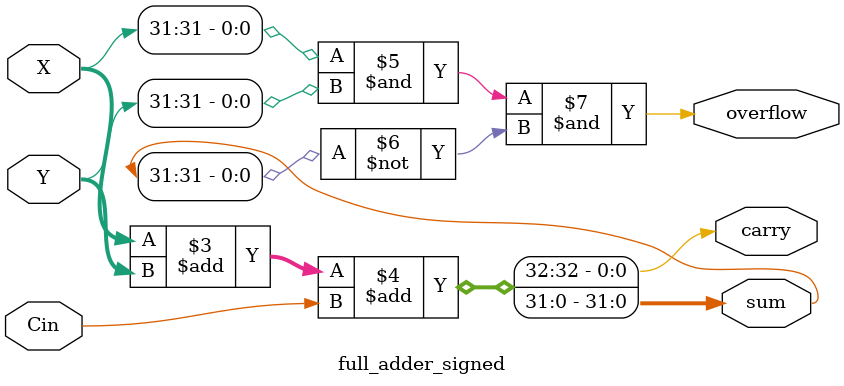
<source format=v>
/*
    N bit FULL ADDER

f="adder_full_n"
m="adder_full_n"
yosys -p "read_verilog ${f}.v; hierarchy -check -top $m; proc; flatten; techmap; clean; splitnets -ports; opt; clean -purge; stat; write_verilog -noattr synth/${m}_synth.v; show -format svg -prefix synth/${m} ${m}; show ${m}"
*/
module adder_full_n(X, Y, Cin, sum, carry);
parameter n = 4;
input Cin;
input [n-1:0] X, Y;
output reg [n-1:0] sum;
output reg carry;
reg [n:0] C;
integer k;

always @(X, Y, Cin) begin
    C[0] = Cin;
    for (k = 0; k < n; k = k + 1) begin
        sum[k] = X[k] ^ Y[k] ^ C[k];
        C[k + 1] = (X[k] & Y[k]) | (X[k] & C[k]) | (Y[k] & C[k]);
    end
    carry = C[n];
end
endmodule


module full_adder_signed(X, Y, Cin, sum, carry, overflow);
    parameter n = 32;
    input Cin;
    input [n-1:0] X, Y;
    output reg [n-1:0] sum;
    output reg carry, overflow;
    
    always @(X, Y, Cin) begin
        {carry, sum} = X + Y + Cin;
        //sum = X ^ Y;
        //carry = (X & Y) | (X & Cin) | (Y & Cin);
        //overflow = (X[n-1] & Y[n-1] & ~S[n-1]) | (~X[n-1] & ~Y[n-1] & S[n-1]);
        overflow = X[n-1] & Y[n-1] & ~sum[n-1];
    end
endmodule


</source>
